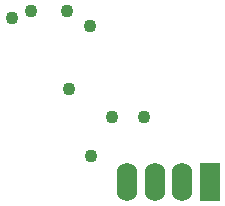
<source format=gbs>
G04*
G04 #@! TF.GenerationSoftware,Altium Limited,Altium Designer,20.1.14 (287)*
G04*
G04 Layer_Color=16711935*
%FSLAX25Y25*%
%MOIN*%
G70*
G04*
G04 #@! TF.SameCoordinates,CC44B269-2998-40F0-A8BF-F6E1C517B7F2*
G04*
G04*
G04 #@! TF.FilePolarity,Negative*
G04*
G01*
G75*
%ADD34R,0.06800X0.12800*%
%ADD35O,0.06800X0.12800*%
%ADD36C,0.04300*%
D34*
X293000Y396500D02*
D03*
D35*
X265500D02*
D03*
X283833D02*
D03*
X274667D02*
D03*
D36*
X246000Y427500D02*
D03*
X227000Y451000D02*
D03*
X233500Y453500D02*
D03*
X245500D02*
D03*
X253000Y448500D02*
D03*
X253500Y405000D02*
D03*
X271000Y418000D02*
D03*
X260500D02*
D03*
M02*

</source>
